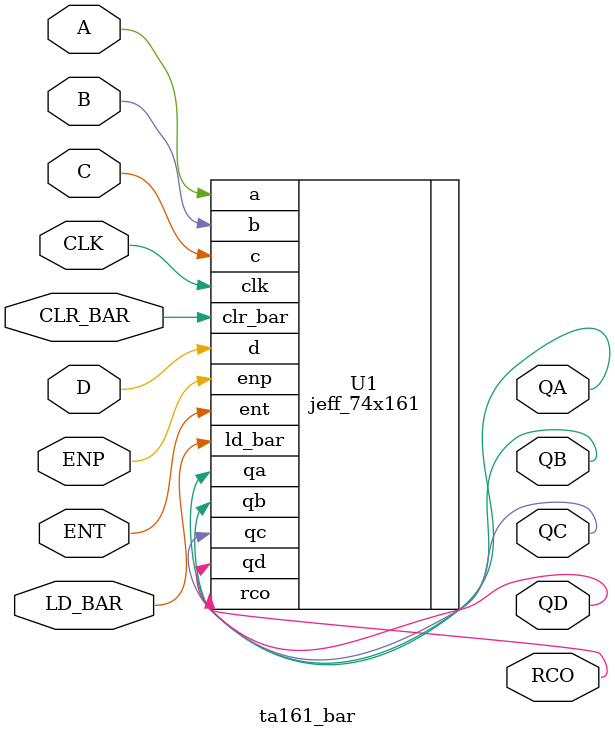
<source format=v>


module ta161_bar (
    input           CLR_BAR,             // CLEAR
    input           LD_BAR,              // LOAD
    input           ENT,                 // ENABLE T
    input           ENP,                 // ENABLE P
    input           CLK,                 // CLK 
    input           A, B, C, D,          // DATA IN
    output          QA, QB, QC, QD,      // DATA OUT
    output          RCO                  // RIPPLE CARRY OUTPUT
);

// 4-bit synchronous counter
// Replaced ta161 in THESIS with jeff_74x161
jeff_74x161 U1 (
    .clr_bar(CLR_BAR),
    .ld_bar(LD_BAR),
    .ent(ENT),
    .enp(ENP),
    .clk(CLK),
    .a(A),
    .b(B),
    .c(C),
    .d(D),
    .qa(QA),
    .qb(QB),
    .qc(QC),
    .qd(QD),
    .rco(RCO)
);

endmodule
</source>
